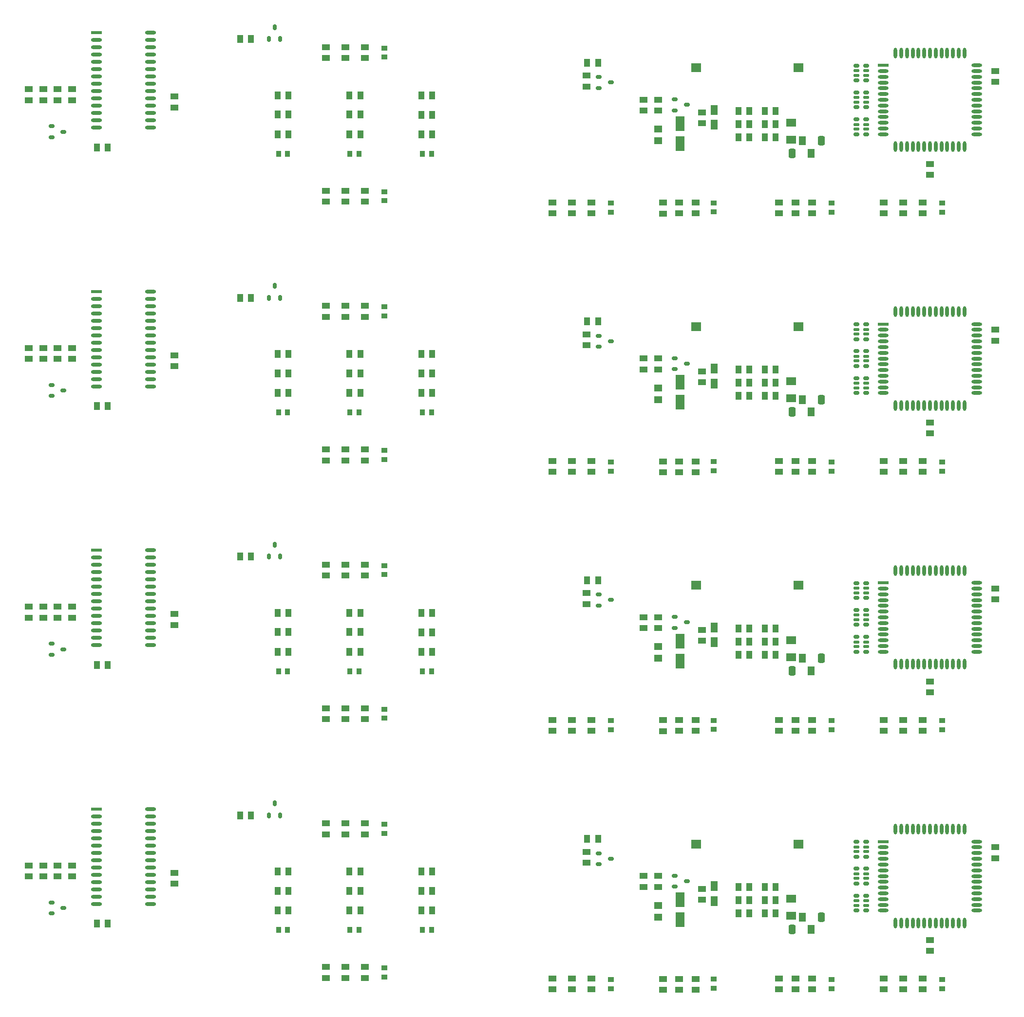
<source format=gbr>
G04 Panel Editor  V10.9 (Build 658) Date:  Fri Apr 01 11:37:23 2016 *
G04 Database: D:\work\gerber\dbr-s64-r01 1x4 panel\dbr-s64-r01.cam *
G04 Layer 11: paste-top *
%FSTAX44Y44*%
%MOMM*%
%SFA1.000B1.000*%

%MIA0B0*%
%IPPOS*%
%AMROUNDEDRECTD13*
20,1,0.70000,0.00000,-0.30000,0.00000,0.30000,0.00000*
20,1,1.00000,0.00000,-0.15000,0.00000,0.15000,0.00000*
1,1,0.30000,0.35000,0.15000*
1,1,0.30000,0.35000,-0.15000*
1,1,0.30000,-0.35000,-0.15000*
1,1,0.30000,-0.35000,0.15000*
%
%AMROUNDEDRECTD15*
20,1,0.60000,0.00000,-0.82500,0.00000,0.82500,0.00000*
20,1,1.20000,0.00000,-0.52500,0.00000,0.52500,0.00000*
1,1,0.60000,0.30000,0.52500*
1,1,0.60000,0.30000,-0.52500*
1,1,0.60000,-0.30000,-0.52500*
1,1,0.60000,-0.30000,0.52500*
%
%AMROUNDEDRECTD19*
20,1,0.35000,-0.50000,0.00000,0.50000,0.00000,0.00000*
20,1,0.70000,-0.32500,0.00000,0.32500,0.00000,0.00000*
1,1,0.35000,0.32500,-0.17500*
1,1,0.35000,-0.32500,-0.17500*
1,1,0.35000,-0.32500,0.17500*
1,1,0.35000,0.32500,0.17500*
%
%AMROUNDEDRECTD20*
20,1,0.25000,-0.50000,0.00000,0.50000,0.00000,0.00000*
20,1,0.50000,-0.37500,0.00000,0.37500,0.00000,0.00000*
1,1,0.25000,0.37500,-0.12500*
1,1,0.25000,-0.37500,-0.12500*
1,1,0.25000,-0.37500,0.12500*
1,1,0.25000,0.37500,0.12500*
%
%AMROUNDEDRECTD31*
20,1,0.70000,0.30000,0.00000,-0.30000,0.00000,0.00000*
20,1,1.00000,0.15000,0.00000,-0.15000,0.00000,0.00000*
1,1,0.30000,-0.15000,0.35000*
1,1,0.30000,0.15000,0.35000*
1,1,0.30000,0.15000,-0.35000*
1,1,0.30000,-0.15000,-0.35000*
%
%ADD10R,1.45000X1.00000*%
%ADD12R,1.00000X1.45000*%
%ADD13ROUNDEDRECTD13*%
%ADD14R,1.42240X1.16840*%
%ADD15ROUNDEDRECTD15*%
%ADD16R,1.20000X1.65000*%
%ADD17R,1.90000X0.60000*%
%ADD18O,1.90000X0.60000*%
%ADD19ROUNDEDRECTD19*%
%ADD20ROUNDEDRECTD20*%
%ADD21R,1.70180X1.39700*%
%ADD22R,1.01600X0.81280*%
%ADD23R,0.81280X1.01600*%
%ADD24R,1.25000X1.80000*%
%ADD25R,1.60000X2.55000*%
%ADD26R,1.70000X1.50000*%
%ADD28R,1.85000X0.60000*%
%ADD29O,1.85000X0.60000*%
%ADD30O,0.60000X1.85000*%
%ADD31ROUNDEDRECTD31*%
%LNpaste-top*%
%LPD*%
G54D10*
X00278162Y003221D03*
Y007721D03*
Y012221D03*
Y016721D03*
Y003411D03*
Y007911D03*
Y012411D03*
Y016911D03*
X01222802Y0036504D03*
Y0081504D03*
Y0126504D03*
Y0171504D03*
Y0034604D03*
Y0079604D03*
Y0124604D03*
Y0169604D03*
X01347262Y0030413D03*
Y0075413D03*
Y0120413D03*
Y0165413D03*
Y0032313D03*
Y0077313D03*
Y0122313D03*
Y0167313D03*
X01321862Y0032313D03*
Y0077313D03*
Y0122313D03*
Y0167313D03*
Y0030413D03*
Y0075413D03*
Y0120413D03*
Y0165413D03*
X01197066Y001255D03*
Y005755D03*
Y010255D03*
Y014755D03*
Y001445D03*
Y005945D03*
Y010445D03*
Y014945D03*
X01230933Y001445D03*
Y005945D03*
Y010445D03*
Y014945D03*
Y001255D03*
Y005755D03*
Y010255D03*
Y014755D03*
X01383667Y0012511D03*
Y0057511D03*
Y0102511D03*
Y0147511D03*
Y0014411D03*
Y0059411D03*
Y0104411D03*
Y0149411D03*
X01412134Y0014411D03*
Y0059411D03*
Y0104411D03*
Y0149411D03*
Y0012511D03*
Y0057511D03*
Y0102511D03*
Y0147511D03*
X01586022Y001255D03*
Y005755D03*
Y010255D03*
Y014755D03*
Y001445D03*
Y005945D03*
Y010445D03*
Y014945D03*
X01614933Y001445D03*
Y005945D03*
Y010445D03*
Y014945D03*
Y001255D03*
Y005755D03*
Y010255D03*
Y014755D03*
X01773066Y001255D03*
Y005755D03*
Y010255D03*
Y014755D03*
Y001445D03*
Y005945D03*
Y010445D03*
Y014945D03*
X01806933Y001445D03*
Y005945D03*
Y010445D03*
Y014945D03*
Y001255D03*
Y005755D03*
Y010255D03*
Y014755D03*
X005065Y003094D03*
Y007594D03*
Y012094D03*
Y016594D03*
Y003284D03*
Y007784D03*
Y012284D03*
Y016784D03*
X003033Y003411D03*
Y007911D03*
Y012411D03*
Y016911D03*
Y003221D03*
Y007721D03*
Y012221D03*
Y016721D03*
X00803066Y004145D03*
Y008645D03*
Y013145D03*
Y017645D03*
Y003955D03*
Y008455D03*
Y012955D03*
Y017455D03*
X00836933Y003955D03*
Y008455D03*
Y012955D03*
Y017455D03*
Y004145D03*
Y008645D03*
Y013145D03*
Y017645D03*
X011632Y001255D03*
Y005755D03*
Y010255D03*
Y014755D03*
Y001445D03*
Y005945D03*
Y010445D03*
Y014945D03*
X013552Y0012477D03*
Y0057477D03*
Y0102477D03*
Y0147477D03*
Y0014377D03*
Y0059377D03*
Y0104377D03*
Y0149377D03*
X01556812Y001255D03*
Y005755D03*
Y010255D03*
Y014755D03*
Y001445D03*
Y005945D03*
Y010445D03*
Y014945D03*
X0142315Y0030074D03*
Y0075074D03*
Y0120074D03*
Y0165074D03*
Y0028174D03*
Y0073174D03*
Y0118174D03*
Y0163174D03*
X017392Y001255D03*
Y005755D03*
Y010255D03*
Y014755D03*
Y001445D03*
Y005945D03*
Y010445D03*
Y014945D03*
X003287Y003221D03*
Y007721D03*
Y012221D03*
Y016721D03*
Y003411D03*
Y007911D03*
Y012411D03*
Y016911D03*
X007692Y004145D03*
Y008645D03*
Y013145D03*
Y017645D03*
Y003955D03*
Y008455D03*
Y012955D03*
Y017455D03*
X01932983Y00353794D03*
Y00803794D03*
Y01253794D03*
Y01703794D03*
Y00372794D03*
Y00822794D03*
Y01272794D03*
Y01722794D03*
X01819702Y0019242D03*
Y0064242D03*
Y0109242D03*
Y0154242D03*
Y0021142D03*
Y0066142D03*
Y0111142D03*
Y0156142D03*
X00803066Y001455D03*
Y005955D03*
Y010455D03*
Y014955D03*
Y001645D03*
Y006145D03*
Y010645D03*
Y015145D03*
X00836933Y001645D03*
Y006145D03*
Y010645D03*
Y015145D03*
Y001455D03*
Y005955D03*
Y010455D03*
Y014955D03*
X007692Y001455D03*
Y005955D03*
Y010455D03*
Y014955D03*
Y001645D03*
Y006145D03*
Y010645D03*
Y015145D03*
X00252762Y003221D03*
Y007721D03*
Y012221D03*
Y016721D03*
Y003411D03*
Y007911D03*
Y012411D03*
Y016911D03*
G54D12*
X01223462Y0038729D03*
Y0083729D03*
Y0128729D03*
Y0173729D03*
X01242462Y0038729D03*
Y0083729D03*
Y0128729D03*
Y0173729D03*
X00390292Y0023997D03*
Y0068997D03*
Y0113997D03*
Y0158997D03*
X00371292Y0023997D03*
Y0068997D03*
Y0113997D03*
Y0158997D03*
X0150554Y003033D03*
Y007533D03*
Y012033D03*
Y016533D03*
X0148654Y003033D03*
Y007533D03*
Y012033D03*
Y016533D03*
X009545Y00296933D03*
Y00746933D03*
Y01196933D03*
Y01646933D03*
X009355Y00296933D03*
Y00746933D03*
Y01196933D03*
Y01646933D03*
X009545Y00263067D03*
Y00713067D03*
Y01163067D03*
Y01613067D03*
X009355Y00263067D03*
Y00713067D03*
Y01163067D03*
Y01613067D03*
X007045Y0029717D03*
Y0074717D03*
Y0119717D03*
Y0164717D03*
X006855Y0029717D03*
Y0074717D03*
Y0119717D03*
Y0164717D03*
X007045Y0026288D03*
Y0071288D03*
Y0116288D03*
Y0161288D03*
X006855Y0026288D03*
Y0071288D03*
Y0116288D03*
Y0161288D03*
X0153226Y003033D03*
Y007533D03*
Y012033D03*
Y016533D03*
X0155126Y003033D03*
Y007533D03*
Y012033D03*
Y016533D03*
X01486352Y0028061D03*
Y0073061D03*
Y0118061D03*
Y0163061D03*
X01505352Y0028061D03*
Y0073061D03*
Y0118061D03*
Y0163061D03*
X01532072Y0025775D03*
Y0070775D03*
Y0115775D03*
Y0160775D03*
X01551072Y0025775D03*
Y0070775D03*
Y0115775D03*
Y0160775D03*
X01532072Y0028061D03*
Y0073061D03*
Y0118061D03*
Y0163061D03*
X01551072Y0028061D03*
Y0073061D03*
Y0118061D03*
Y0163061D03*
X01486352Y0025775D03*
Y0070775D03*
Y0115775D03*
Y0160775D03*
X01505352Y0025775D03*
Y0070775D03*
Y0115775D03*
Y0160775D03*
X009545Y003308D03*
Y007808D03*
Y012308D03*
Y016808D03*
X009355Y003308D03*
Y007808D03*
Y012308D03*
Y016808D03*
X007045Y003308D03*
Y007808D03*
Y012308D03*
Y016808D03*
X006855Y003308D03*
Y007808D03*
Y012308D03*
Y016808D03*
X008295Y0029717D03*
Y0074717D03*
Y0119717D03*
Y0164717D03*
X008105Y0029717D03*
Y0074717D03*
Y0119717D03*
Y0164717D03*
X008295Y0026288D03*
Y0071288D03*
Y0116288D03*
Y0161288D03*
X008105Y0026288D03*
Y0071288D03*
Y0116288D03*
Y0161288D03*
X008295Y003308D03*
Y007808D03*
Y012308D03*
Y016808D03*
X008105Y003308D03*
Y007808D03*
Y012308D03*
Y016808D03*
X00639336Y00428246D03*
Y00878246D03*
Y01328246D03*
Y01778246D03*
X00620336Y00428246D03*
Y00878246D03*
Y01328246D03*
Y01778246D03*
G54D13*
X01376132Y003235D03*
Y007735D03*
Y012235D03*
Y016735D03*
Y003045D03*
Y007545D03*
Y012045D03*
Y016545D03*
X01397132Y00314D03*
Y00764D03*
Y01214D03*
Y01664D03*
X01244052Y003625D03*
Y008125D03*
Y012625D03*
Y017125D03*
Y003435D03*
Y007935D03*
Y012435D03*
Y016935D03*
X01265052Y00353D03*
Y00803D03*
Y01253D03*
Y01703D03*
X0029261Y002768D03*
Y007268D03*
Y011768D03*
Y016268D03*
Y002578D03*
Y007078D03*
Y011578D03*
Y016078D03*
X0031361Y002673D03*
Y007173D03*
Y011673D03*
Y016173D03*
G54D14*
X01347262Y002514D03*
Y007014D03*
Y011514D03*
Y016014D03*
Y0027172D03*
Y0072172D03*
Y0117172D03*
Y0162172D03*
G54D15*
X01630212Y002514D03*
Y007014D03*
Y011514D03*
Y016014D03*
X01579932Y0022981D03*
Y0067981D03*
Y0112981D03*
Y0157981D03*
G54D16*
X01597712Y002514D03*
Y007014D03*
Y011514D03*
Y016014D03*
X01612432Y0022981D03*
Y0067981D03*
Y0112981D03*
Y0157981D03*
G54D17*
X003706Y0043955D03*
Y0088955D03*
Y0133955D03*
Y0178955D03*
G54D18*
Y0042685D03*
Y0087685D03*
Y0132685D03*
Y0177685D03*
Y0041415D03*
Y0086415D03*
Y0131415D03*
Y0176415D03*
Y0040145D03*
Y0085145D03*
Y0130145D03*
Y0175145D03*
Y0038875D03*
Y0083875D03*
Y0128875D03*
Y0173875D03*
Y0037605D03*
Y0082605D03*
Y0127605D03*
Y0172605D03*
Y0036335D03*
Y0081335D03*
Y0126335D03*
Y0171335D03*
Y0035065D03*
Y0080065D03*
Y0125065D03*
Y0170065D03*
Y0033795D03*
Y0078795D03*
Y0123795D03*
Y0168795D03*
Y0032525D03*
Y0077525D03*
Y0122525D03*
Y0167525D03*
Y0031255D03*
Y0076255D03*
Y0121255D03*
Y0166255D03*
Y0029985D03*
Y0074985D03*
Y0119985D03*
Y0164985D03*
Y0028715D03*
Y0073715D03*
Y0118715D03*
Y0163715D03*
Y0027445D03*
Y0072445D03*
Y0117445D03*
Y0162445D03*
X004646Y0043955D03*
Y0088955D03*
Y0133955D03*
Y0178955D03*
Y0042685D03*
Y0087685D03*
Y0132685D03*
Y0177685D03*
Y0041415D03*
Y0086415D03*
Y0131415D03*
Y0176415D03*
Y0040145D03*
Y0085145D03*
Y0130145D03*
Y0175145D03*
Y0038875D03*
Y0083875D03*
Y0128875D03*
Y0173875D03*
Y0037605D03*
Y0082605D03*
Y0127605D03*
Y0172605D03*
Y0036335D03*
Y0081335D03*
Y0126335D03*
Y0171335D03*
Y0035065D03*
Y0080065D03*
Y0125065D03*
Y0170065D03*
Y0033795D03*
Y0078795D03*
Y0123795D03*
Y0168795D03*
Y0032525D03*
Y0077525D03*
Y0122525D03*
Y0167525D03*
Y0031255D03*
Y0076255D03*
Y0121255D03*
Y0166255D03*
Y0029985D03*
Y0074985D03*
Y0119985D03*
Y0164985D03*
Y0028715D03*
Y0073715D03*
Y0118715D03*
Y0163715D03*
Y0027445D03*
Y0072445D03*
Y0117445D03*
Y0162445D03*
G54D19*
X01691622Y00382406D03*
Y00832406D03*
Y01282406D03*
Y01732406D03*
Y00356406D03*
Y00806406D03*
Y01256406D03*
Y01706406D03*
X01708622Y00356406D03*
Y00806406D03*
Y01256406D03*
Y01706406D03*
Y00382406D03*
Y00832406D03*
Y01282406D03*
Y01732406D03*
X01691302Y00335736D03*
Y00785736D03*
Y01235736D03*
Y01685736D03*
Y00309736D03*
Y00759736D03*
Y01209736D03*
Y01659736D03*
X01708302Y00309736D03*
Y00759736D03*
Y01209736D03*
Y01659736D03*
Y00335736D03*
Y00785736D03*
Y01235736D03*
Y01685736D03*
X01691302Y00288736D03*
Y00738736D03*
Y01188736D03*
Y01638736D03*
Y00262736D03*
Y00712736D03*
Y01162736D03*
Y01612736D03*
X01708302Y00262736D03*
Y00712736D03*
Y01162736D03*
Y01612736D03*
Y00288736D03*
Y00738736D03*
Y01188736D03*
Y01638736D03*
G54D20*
X01691622Y00373406D03*
Y00823406D03*
Y01273406D03*
Y01723406D03*
Y00365406D03*
Y00815406D03*
Y01265406D03*
Y01715406D03*
X01708622Y00365403D03*
Y00815403D03*
Y01265403D03*
Y01715403D03*
Y00373406D03*
Y00823406D03*
Y01273406D03*
Y01723406D03*
X01691302Y00326736D03*
Y00776736D03*
Y01226736D03*
Y01676736D03*
Y00318736D03*
Y00768736D03*
Y01218736D03*
Y01668736D03*
X01708302Y00318733D03*
Y00768733D03*
Y01218733D03*
Y01668733D03*
Y00326736D03*
Y00776736D03*
Y01226736D03*
Y01676736D03*
X01691302Y00279736D03*
Y00729736D03*
Y01179736D03*
Y01629736D03*
Y00271736D03*
Y00721736D03*
Y01171736D03*
Y01621736D03*
X01708302Y00271733D03*
Y00721733D03*
Y01171733D03*
Y01621733D03*
Y00279736D03*
Y00729736D03*
Y01179736D03*
Y01629736D03*
G54D21*
X0157809Y00253648D03*
Y00703648D03*
Y01153648D03*
Y01603648D03*
Y00283112D03*
Y00733112D03*
Y01183112D03*
Y01633112D03*
G54D22*
X012648Y00127126D03*
Y00577126D03*
Y01027126D03*
Y01477126D03*
Y00142874D03*
Y00592874D03*
Y01042874D03*
Y01492874D03*
X0144361Y00127666D03*
Y00577666D03*
Y01027666D03*
Y01477666D03*
Y00143414D03*
Y00593414D03*
Y01043414D03*
Y01493414D03*
X016488Y00127126D03*
Y00577126D03*
Y01027126D03*
Y01477126D03*
Y00142874D03*
Y00592874D03*
Y01042874D03*
Y01492874D03*
X018408Y00127126D03*
Y00577126D03*
Y01027126D03*
Y01477126D03*
Y00142874D03*
Y00592874D03*
Y01042874D03*
Y01492874D03*
X008708Y00412874D03*
Y00862874D03*
Y01312874D03*
Y01762874D03*
Y00397126D03*
Y00847126D03*
Y01297126D03*
Y01747126D03*
Y00147126D03*
Y00597126D03*
Y01047126D03*
Y01497126D03*
Y00162874D03*
Y00612874D03*
Y01062874D03*
Y01512874D03*
G54D23*
X00952874Y002292D03*
Y006792D03*
Y011292D03*
Y015792D03*
X00937126Y002292D03*
Y006792D03*
Y011292D03*
Y015792D03*
X00702874Y002292D03*
Y006792D03*
Y011292D03*
Y015792D03*
X00687126Y002292D03*
Y006792D03*
Y011292D03*
Y015792D03*
X00826816Y002292D03*
Y006792D03*
Y011292D03*
Y015792D03*
X00811068Y002292D03*
Y006792D03*
Y011292D03*
Y015792D03*
G54D24*
X014445Y0030523D03*
Y0075523D03*
Y0120523D03*
Y0165523D03*
Y0027923D03*
Y0072923D03*
Y0117923D03*
Y0162923D03*
G54D25*
X01385362Y002466D03*
Y006966D03*
Y011466D03*
Y015966D03*
Y002816D03*
Y007316D03*
Y011816D03*
Y016316D03*
G54D26*
X01591Y003785D03*
Y008285D03*
Y012785D03*
Y017285D03*
X01413Y003785D03*
Y008285D03*
Y012785D03*
Y017285D03*
G54D28*
X01737902Y00382736D03*
Y00832736D03*
Y01282736D03*
Y01732736D03*
G54D29*
Y00372736D03*
Y00822736D03*
Y01272736D03*
Y01722736D03*
Y00362736D03*
Y00812736D03*
Y01262736D03*
Y01712736D03*
Y00352736D03*
Y00802736D03*
Y01252736D03*
Y01702736D03*
Y00342736D03*
Y00792736D03*
Y01242736D03*
Y01692736D03*
Y00332736D03*
Y00782736D03*
Y01232736D03*
Y01682736D03*
Y00322736D03*
Y00772736D03*
Y01222736D03*
Y01672736D03*
Y00312736D03*
Y00762736D03*
Y01212736D03*
Y01662736D03*
Y00302736D03*
Y00752736D03*
Y01202736D03*
Y01652736D03*
Y00292736D03*
Y00742736D03*
Y01192736D03*
Y01642736D03*
Y00282736D03*
Y00732736D03*
Y01182736D03*
Y01632736D03*
Y00272736D03*
Y00722736D03*
Y01172736D03*
Y01622736D03*
Y00262736D03*
Y00712736D03*
Y01162736D03*
Y01612736D03*
X01900902Y00262736D03*
Y00712736D03*
Y01162736D03*
Y01612736D03*
Y00272736D03*
Y00722736D03*
Y01172736D03*
Y01622736D03*
Y00282736D03*
Y00732736D03*
Y01182736D03*
Y01632736D03*
Y00292736D03*
Y00742736D03*
Y01192736D03*
Y01642736D03*
Y00302736D03*
Y00752736D03*
Y01202736D03*
Y01652736D03*
Y00312736D03*
Y00762736D03*
Y01212736D03*
Y01662736D03*
Y00322736D03*
Y00772736D03*
Y01222736D03*
Y01672736D03*
Y00332736D03*
Y00782736D03*
Y01232736D03*
Y01682736D03*
Y00342736D03*
Y00792736D03*
Y01242736D03*
Y01692736D03*
Y00352736D03*
Y00802736D03*
Y01252736D03*
Y01702736D03*
Y00362736D03*
Y00812736D03*
Y01262736D03*
Y01712736D03*
Y00372736D03*
Y00822736D03*
Y01272736D03*
Y01722736D03*
Y00382736D03*
Y00832736D03*
Y01282736D03*
Y01732736D03*
G54D30*
X01759402Y00241236D03*
Y00691236D03*
Y01141236D03*
Y01591236D03*
X01769402Y00241236D03*
Y00691236D03*
Y01141236D03*
Y01591236D03*
X01779402Y00241236D03*
Y00691236D03*
Y01141236D03*
Y01591236D03*
X01789402Y00241236D03*
Y00691236D03*
Y01141236D03*
Y01591236D03*
X01799402Y00241236D03*
Y00691236D03*
Y01141236D03*
Y01591236D03*
X01809402Y00241236D03*
Y00691236D03*
Y01141236D03*
Y01591236D03*
X01819402Y00241236D03*
Y00691236D03*
Y01141236D03*
Y01591236D03*
X01829402Y00241236D03*
Y00691236D03*
Y01141236D03*
Y01591236D03*
X01839402Y00241236D03*
Y00691236D03*
Y01141236D03*
Y01591236D03*
X01849402Y00241236D03*
Y00691236D03*
Y01141236D03*
Y01591236D03*
X01859402Y00241236D03*
Y00691236D03*
Y01141236D03*
Y01591236D03*
X01869402Y00241236D03*
Y00691236D03*
Y01141236D03*
Y01591236D03*
X01879402Y00241236D03*
Y00691236D03*
Y01141236D03*
Y01591236D03*
Y00404236D03*
Y00854236D03*
Y01304236D03*
Y01754236D03*
X01869402Y00404236D03*
Y00854236D03*
Y01304236D03*
Y01754236D03*
X01859402Y00404236D03*
Y00854236D03*
Y01304236D03*
Y01754236D03*
X01849402Y00404236D03*
Y00854236D03*
Y01304236D03*
Y01754236D03*
X01839402Y00404236D03*
Y00854236D03*
Y01304236D03*
Y01754236D03*
X01829402Y00404236D03*
Y00854236D03*
Y01304236D03*
Y01754236D03*
X01819402Y00404236D03*
Y00854236D03*
Y01304236D03*
Y01754236D03*
X01809402Y00404236D03*
Y00854236D03*
Y01304236D03*
Y01754236D03*
X01799402Y00404236D03*
Y00854236D03*
Y01304236D03*
Y01754236D03*
X01789402Y00404236D03*
Y00854236D03*
Y01304236D03*
Y01754236D03*
X01779402Y00404236D03*
Y00854236D03*
Y01304236D03*
Y01754236D03*
X01769402Y00404236D03*
Y00854236D03*
Y01304236D03*
Y01754236D03*
X01759402Y00404236D03*
Y00854236D03*
Y01304236D03*
Y01754236D03*
G54D31*
X00670796Y00428246D03*
Y00878246D03*
Y01328246D03*
Y01778246D03*
X00689796Y00428246D03*
Y00878246D03*
Y01328246D03*
Y01778246D03*
X00680296Y00449246D03*
Y00899246D03*
Y01349246D03*
Y01799246D03*
M02*

</source>
